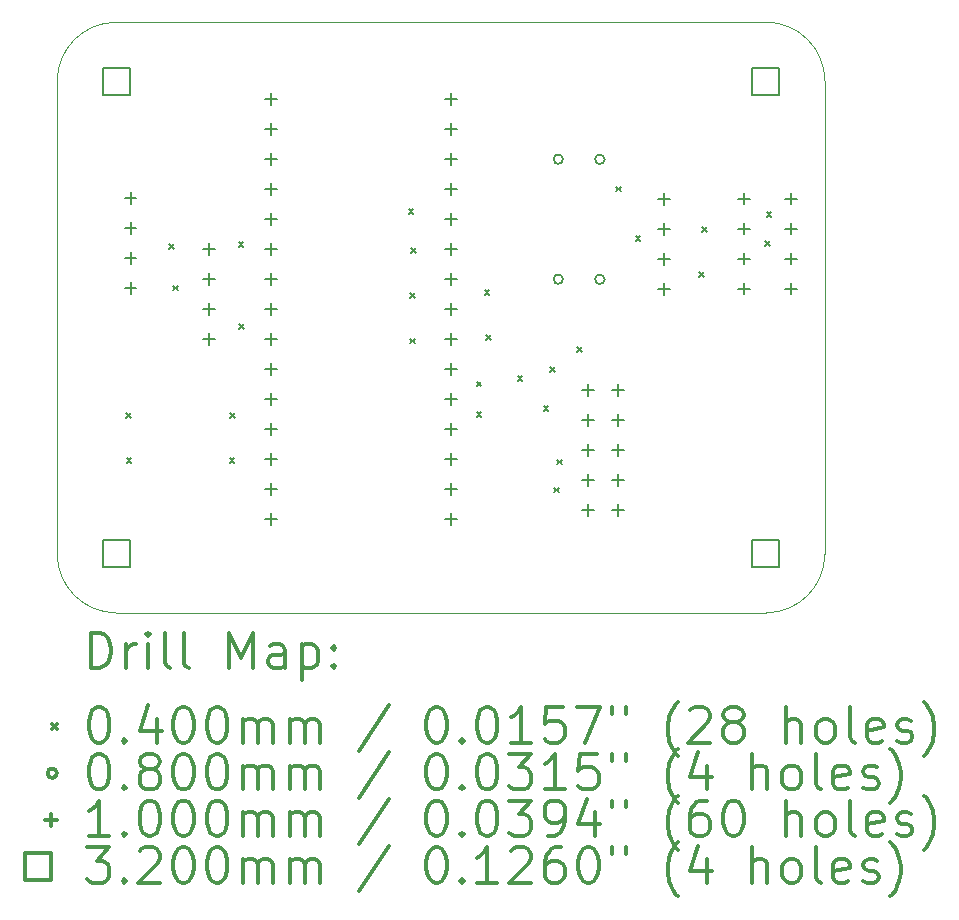
<source format=gbr>
%FSLAX45Y45*%
G04 Gerber Fmt 4.5, Leading zero omitted, Abs format (unit mm)*
G04 Created by KiCad (PCBNEW 5.1.12-84ad8e8a86~92~ubuntu20.04.1) date 2021-11-28 14:42:28*
%MOMM*%
%LPD*%
G01*
G04 APERTURE LIST*
%TA.AperFunction,Profile*%
%ADD10C,0.050000*%
%TD*%
%ADD11C,0.200000*%
%ADD12C,0.300000*%
G04 APERTURE END LIST*
D10*
X4300000Y-17300000D02*
G75*
G02*
X3800000Y-16800000I0J500000D01*
G01*
X10300000Y-16800000D02*
G75*
G02*
X9800000Y-17300000I-500000J0D01*
G01*
X9800000Y-12298999D02*
G75*
G02*
X10300000Y-12800000I0J-500001D01*
G01*
X3800000Y-12800000D02*
G75*
G02*
X4300000Y-12300000I500000J0D01*
G01*
X9800000Y-12298999D02*
X4300000Y-12300000D01*
X10300000Y-16800000D02*
X10300000Y-12800000D01*
X4300000Y-17300000D02*
X9800000Y-17300000D01*
X3800000Y-16800000D02*
X3800000Y-12800000D01*
D11*
X4386392Y-15608620D02*
X4426392Y-15648620D01*
X4426392Y-15608620D02*
X4386392Y-15648620D01*
X4388932Y-15987588D02*
X4428932Y-16027588D01*
X4428932Y-15987588D02*
X4388932Y-16027588D01*
X4746310Y-14178600D02*
X4786310Y-14218600D01*
X4786310Y-14178600D02*
X4746310Y-14218600D01*
X4779584Y-14529120D02*
X4819584Y-14569120D01*
X4819584Y-14529120D02*
X4779584Y-14569120D01*
X5260660Y-15990636D02*
X5300660Y-16030636D01*
X5300660Y-15990636D02*
X5260660Y-16030636D01*
X5262184Y-15611668D02*
X5302184Y-15651668D01*
X5302184Y-15611668D02*
X5262184Y-15651668D01*
X5335590Y-14162090D02*
X5375590Y-14202090D01*
X5375590Y-14162090D02*
X5335590Y-14202090D01*
X5340670Y-14856780D02*
X5380670Y-14896780D01*
X5380670Y-14856780D02*
X5340670Y-14896780D01*
X6775008Y-13879388D02*
X6815008Y-13919388D01*
X6815008Y-13879388D02*
X6775008Y-13919388D01*
X6789000Y-14595000D02*
X6829000Y-14635000D01*
X6829000Y-14595000D02*
X6789000Y-14635000D01*
X6789000Y-14978000D02*
X6829000Y-15018000D01*
X6829000Y-14978000D02*
X6789000Y-15018000D01*
X6795836Y-14212636D02*
X6835836Y-14252636D01*
X6835836Y-14212636D02*
X6795836Y-14252636D01*
X7351080Y-15343190D02*
X7391080Y-15383190D01*
X7391080Y-15343190D02*
X7351080Y-15383190D01*
X7351080Y-15601000D02*
X7391080Y-15641000D01*
X7391080Y-15601000D02*
X7351080Y-15641000D01*
X7419000Y-14570000D02*
X7459000Y-14610000D01*
X7459000Y-14570000D02*
X7419000Y-14610000D01*
X7434900Y-14950760D02*
X7474900Y-14990760D01*
X7474900Y-14950760D02*
X7434900Y-14990760D01*
X7697790Y-15296200D02*
X7737790Y-15336200D01*
X7737790Y-15296200D02*
X7697790Y-15336200D01*
X7918008Y-15548676D02*
X7958008Y-15588676D01*
X7958008Y-15548676D02*
X7918008Y-15588676D01*
X7972110Y-15218730D02*
X8012110Y-15258730D01*
X8012110Y-15218730D02*
X7972110Y-15258730D01*
X8005130Y-16241080D02*
X8045130Y-16281080D01*
X8045130Y-16241080D02*
X8005130Y-16281080D01*
X8031800Y-16002320D02*
X8071800Y-16042320D01*
X8071800Y-16002320D02*
X8031800Y-16042320D01*
X8199440Y-15052360D02*
X8239440Y-15092360D01*
X8239440Y-15052360D02*
X8199440Y-15092360D01*
X8529640Y-13692190D02*
X8569640Y-13732190D01*
X8569640Y-13692190D02*
X8529640Y-13732190D01*
X8698295Y-14112053D02*
X8738295Y-14152053D01*
X8738295Y-14112053D02*
X8698295Y-14152053D01*
X9233220Y-14414820D02*
X9273220Y-14454820D01*
X9273220Y-14414820D02*
X9233220Y-14454820D01*
X9259890Y-14037630D02*
X9299890Y-14077630D01*
X9299890Y-14037630D02*
X9259890Y-14077630D01*
X9792000Y-14155000D02*
X9832000Y-14195000D01*
X9832000Y-14155000D02*
X9792000Y-14195000D01*
X9806000Y-13908000D02*
X9846000Y-13948000D01*
X9846000Y-13908000D02*
X9806000Y-13948000D01*
X8082910Y-13459460D02*
G75*
G03*
X8082910Y-13459460I-40000J0D01*
G01*
X8082910Y-14475460D02*
G75*
G03*
X8082910Y-14475460I-40000J0D01*
G01*
X8434700Y-13460730D02*
G75*
G03*
X8434700Y-13460730I-40000J0D01*
G01*
X8434700Y-14476730D02*
G75*
G03*
X8434700Y-14476730I-40000J0D01*
G01*
X4421000Y-13735000D02*
X4421000Y-13835000D01*
X4371000Y-13785000D02*
X4471000Y-13785000D01*
X4421000Y-13989000D02*
X4421000Y-14089000D01*
X4371000Y-14039000D02*
X4471000Y-14039000D01*
X4421000Y-14243000D02*
X4421000Y-14343000D01*
X4371000Y-14293000D02*
X4471000Y-14293000D01*
X4421000Y-14497000D02*
X4421000Y-14597000D01*
X4371000Y-14547000D02*
X4471000Y-14547000D01*
X5082540Y-14170952D02*
X5082540Y-14270952D01*
X5032540Y-14220952D02*
X5132540Y-14220952D01*
X5082540Y-14424952D02*
X5082540Y-14524952D01*
X5032540Y-14474952D02*
X5132540Y-14474952D01*
X5082540Y-14678952D02*
X5082540Y-14778952D01*
X5032540Y-14728952D02*
X5132540Y-14728952D01*
X5082540Y-14932952D02*
X5082540Y-15032952D01*
X5032540Y-14982952D02*
X5132540Y-14982952D01*
X5610000Y-12901000D02*
X5610000Y-13001000D01*
X5560000Y-12951000D02*
X5660000Y-12951000D01*
X5610000Y-13155000D02*
X5610000Y-13255000D01*
X5560000Y-13205000D02*
X5660000Y-13205000D01*
X5610000Y-13409000D02*
X5610000Y-13509000D01*
X5560000Y-13459000D02*
X5660000Y-13459000D01*
X5610000Y-13663000D02*
X5610000Y-13763000D01*
X5560000Y-13713000D02*
X5660000Y-13713000D01*
X5610000Y-13917000D02*
X5610000Y-14017000D01*
X5560000Y-13967000D02*
X5660000Y-13967000D01*
X5610000Y-14171000D02*
X5610000Y-14271000D01*
X5560000Y-14221000D02*
X5660000Y-14221000D01*
X5610000Y-14425000D02*
X5610000Y-14525000D01*
X5560000Y-14475000D02*
X5660000Y-14475000D01*
X5610000Y-14679000D02*
X5610000Y-14779000D01*
X5560000Y-14729000D02*
X5660000Y-14729000D01*
X5610000Y-14933000D02*
X5610000Y-15033000D01*
X5560000Y-14983000D02*
X5660000Y-14983000D01*
X5610000Y-15187000D02*
X5610000Y-15287000D01*
X5560000Y-15237000D02*
X5660000Y-15237000D01*
X5610000Y-15441000D02*
X5610000Y-15541000D01*
X5560000Y-15491000D02*
X5660000Y-15491000D01*
X5610000Y-15695000D02*
X5610000Y-15795000D01*
X5560000Y-15745000D02*
X5660000Y-15745000D01*
X5610000Y-15949000D02*
X5610000Y-16049000D01*
X5560000Y-15999000D02*
X5660000Y-15999000D01*
X5610000Y-16203000D02*
X5610000Y-16303000D01*
X5560000Y-16253000D02*
X5660000Y-16253000D01*
X5610000Y-16457000D02*
X5610000Y-16557000D01*
X5560000Y-16507000D02*
X5660000Y-16507000D01*
X7134000Y-12901000D02*
X7134000Y-13001000D01*
X7084000Y-12951000D02*
X7184000Y-12951000D01*
X7134000Y-13155000D02*
X7134000Y-13255000D01*
X7084000Y-13205000D02*
X7184000Y-13205000D01*
X7134000Y-13409000D02*
X7134000Y-13509000D01*
X7084000Y-13459000D02*
X7184000Y-13459000D01*
X7134000Y-13663000D02*
X7134000Y-13763000D01*
X7084000Y-13713000D02*
X7184000Y-13713000D01*
X7134000Y-13917000D02*
X7134000Y-14017000D01*
X7084000Y-13967000D02*
X7184000Y-13967000D01*
X7134000Y-14171000D02*
X7134000Y-14271000D01*
X7084000Y-14221000D02*
X7184000Y-14221000D01*
X7134000Y-14425000D02*
X7134000Y-14525000D01*
X7084000Y-14475000D02*
X7184000Y-14475000D01*
X7134000Y-14679000D02*
X7134000Y-14779000D01*
X7084000Y-14729000D02*
X7184000Y-14729000D01*
X7134000Y-14933000D02*
X7134000Y-15033000D01*
X7084000Y-14983000D02*
X7184000Y-14983000D01*
X7134000Y-15187000D02*
X7134000Y-15287000D01*
X7084000Y-15237000D02*
X7184000Y-15237000D01*
X7134000Y-15441000D02*
X7134000Y-15541000D01*
X7084000Y-15491000D02*
X7184000Y-15491000D01*
X7134000Y-15695000D02*
X7134000Y-15795000D01*
X7084000Y-15745000D02*
X7184000Y-15745000D01*
X7134000Y-15949000D02*
X7134000Y-16049000D01*
X7084000Y-15999000D02*
X7184000Y-15999000D01*
X7134000Y-16203000D02*
X7134000Y-16303000D01*
X7084000Y-16253000D02*
X7184000Y-16253000D01*
X7134000Y-16457000D02*
X7134000Y-16557000D01*
X7084000Y-16507000D02*
X7184000Y-16507000D01*
X8296910Y-15363990D02*
X8296910Y-15463990D01*
X8246910Y-15413990D02*
X8346910Y-15413990D01*
X8296910Y-15617990D02*
X8296910Y-15717990D01*
X8246910Y-15667990D02*
X8346910Y-15667990D01*
X8296910Y-15871990D02*
X8296910Y-15971990D01*
X8246910Y-15921990D02*
X8346910Y-15921990D01*
X8296910Y-16125990D02*
X8296910Y-16225990D01*
X8246910Y-16175990D02*
X8346910Y-16175990D01*
X8296910Y-16379990D02*
X8296910Y-16479990D01*
X8246910Y-16429990D02*
X8346910Y-16429990D01*
X8550910Y-15363990D02*
X8550910Y-15463990D01*
X8500910Y-15413990D02*
X8600910Y-15413990D01*
X8550910Y-15617990D02*
X8550910Y-15717990D01*
X8500910Y-15667990D02*
X8600910Y-15667990D01*
X8550910Y-15871990D02*
X8550910Y-15971990D01*
X8500910Y-15921990D02*
X8600910Y-15921990D01*
X8550910Y-16125990D02*
X8550910Y-16225990D01*
X8500910Y-16175990D02*
X8600910Y-16175990D01*
X8550910Y-16379990D02*
X8550910Y-16479990D01*
X8500910Y-16429990D02*
X8600910Y-16429990D01*
X8937000Y-13745000D02*
X8937000Y-13845000D01*
X8887000Y-13795000D02*
X8987000Y-13795000D01*
X8937000Y-13999000D02*
X8937000Y-14099000D01*
X8887000Y-14049000D02*
X8987000Y-14049000D01*
X8937000Y-14253000D02*
X8937000Y-14353000D01*
X8887000Y-14303000D02*
X8987000Y-14303000D01*
X8937000Y-14507000D02*
X8937000Y-14607000D01*
X8887000Y-14557000D02*
X8987000Y-14557000D01*
X9614000Y-13743000D02*
X9614000Y-13843000D01*
X9564000Y-13793000D02*
X9664000Y-13793000D01*
X9614000Y-13997000D02*
X9614000Y-14097000D01*
X9564000Y-14047000D02*
X9664000Y-14047000D01*
X9614000Y-14251000D02*
X9614000Y-14351000D01*
X9564000Y-14301000D02*
X9664000Y-14301000D01*
X9614000Y-14505000D02*
X9614000Y-14605000D01*
X9564000Y-14555000D02*
X9664000Y-14555000D01*
X10013000Y-13743000D02*
X10013000Y-13843000D01*
X9963000Y-13793000D02*
X10063000Y-13793000D01*
X10013000Y-13997000D02*
X10013000Y-14097000D01*
X9963000Y-14047000D02*
X10063000Y-14047000D01*
X10013000Y-14251000D02*
X10013000Y-14351000D01*
X9963000Y-14301000D02*
X10063000Y-14301000D01*
X10013000Y-14505000D02*
X10013000Y-14605000D01*
X9963000Y-14555000D02*
X10063000Y-14555000D01*
X4413138Y-12913138D02*
X4413138Y-12686862D01*
X4186862Y-12686862D01*
X4186862Y-12913138D01*
X4413138Y-12913138D01*
X4413138Y-16913138D02*
X4413138Y-16686862D01*
X4186862Y-16686862D01*
X4186862Y-16913138D01*
X4413138Y-16913138D01*
X9913138Y-12913138D02*
X9913138Y-12686862D01*
X9686862Y-12686862D01*
X9686862Y-12913138D01*
X9913138Y-12913138D01*
X9913138Y-16913138D02*
X9913138Y-16686862D01*
X9686862Y-16686862D01*
X9686862Y-16913138D01*
X9913138Y-16913138D01*
D12*
X4083928Y-17768214D02*
X4083928Y-17468214D01*
X4155357Y-17468214D01*
X4198214Y-17482500D01*
X4226786Y-17511072D01*
X4241071Y-17539643D01*
X4255357Y-17596786D01*
X4255357Y-17639643D01*
X4241071Y-17696786D01*
X4226786Y-17725357D01*
X4198214Y-17753929D01*
X4155357Y-17768214D01*
X4083928Y-17768214D01*
X4383928Y-17768214D02*
X4383928Y-17568214D01*
X4383928Y-17625357D02*
X4398214Y-17596786D01*
X4412500Y-17582500D01*
X4441071Y-17568214D01*
X4469643Y-17568214D01*
X4569643Y-17768214D02*
X4569643Y-17568214D01*
X4569643Y-17468214D02*
X4555357Y-17482500D01*
X4569643Y-17496786D01*
X4583928Y-17482500D01*
X4569643Y-17468214D01*
X4569643Y-17496786D01*
X4755357Y-17768214D02*
X4726786Y-17753929D01*
X4712500Y-17725357D01*
X4712500Y-17468214D01*
X4912500Y-17768214D02*
X4883928Y-17753929D01*
X4869643Y-17725357D01*
X4869643Y-17468214D01*
X5255357Y-17768214D02*
X5255357Y-17468214D01*
X5355357Y-17682500D01*
X5455357Y-17468214D01*
X5455357Y-17768214D01*
X5726786Y-17768214D02*
X5726786Y-17611072D01*
X5712500Y-17582500D01*
X5683928Y-17568214D01*
X5626786Y-17568214D01*
X5598214Y-17582500D01*
X5726786Y-17753929D02*
X5698214Y-17768214D01*
X5626786Y-17768214D01*
X5598214Y-17753929D01*
X5583928Y-17725357D01*
X5583928Y-17696786D01*
X5598214Y-17668214D01*
X5626786Y-17653929D01*
X5698214Y-17653929D01*
X5726786Y-17639643D01*
X5869643Y-17568214D02*
X5869643Y-17868214D01*
X5869643Y-17582500D02*
X5898214Y-17568214D01*
X5955357Y-17568214D01*
X5983928Y-17582500D01*
X5998214Y-17596786D01*
X6012500Y-17625357D01*
X6012500Y-17711072D01*
X5998214Y-17739643D01*
X5983928Y-17753929D01*
X5955357Y-17768214D01*
X5898214Y-17768214D01*
X5869643Y-17753929D01*
X6141071Y-17739643D02*
X6155357Y-17753929D01*
X6141071Y-17768214D01*
X6126786Y-17753929D01*
X6141071Y-17739643D01*
X6141071Y-17768214D01*
X6141071Y-17582500D02*
X6155357Y-17596786D01*
X6141071Y-17611072D01*
X6126786Y-17596786D01*
X6141071Y-17582500D01*
X6141071Y-17611072D01*
X3757500Y-18242500D02*
X3797500Y-18282500D01*
X3797500Y-18242500D02*
X3757500Y-18282500D01*
X4141071Y-18098214D02*
X4169643Y-18098214D01*
X4198214Y-18112500D01*
X4212500Y-18126786D01*
X4226786Y-18155357D01*
X4241071Y-18212500D01*
X4241071Y-18283929D01*
X4226786Y-18341072D01*
X4212500Y-18369643D01*
X4198214Y-18383929D01*
X4169643Y-18398214D01*
X4141071Y-18398214D01*
X4112500Y-18383929D01*
X4098214Y-18369643D01*
X4083928Y-18341072D01*
X4069643Y-18283929D01*
X4069643Y-18212500D01*
X4083928Y-18155357D01*
X4098214Y-18126786D01*
X4112500Y-18112500D01*
X4141071Y-18098214D01*
X4369643Y-18369643D02*
X4383928Y-18383929D01*
X4369643Y-18398214D01*
X4355357Y-18383929D01*
X4369643Y-18369643D01*
X4369643Y-18398214D01*
X4641071Y-18198214D02*
X4641071Y-18398214D01*
X4569643Y-18083929D02*
X4498214Y-18298214D01*
X4683928Y-18298214D01*
X4855357Y-18098214D02*
X4883928Y-18098214D01*
X4912500Y-18112500D01*
X4926786Y-18126786D01*
X4941071Y-18155357D01*
X4955357Y-18212500D01*
X4955357Y-18283929D01*
X4941071Y-18341072D01*
X4926786Y-18369643D01*
X4912500Y-18383929D01*
X4883928Y-18398214D01*
X4855357Y-18398214D01*
X4826786Y-18383929D01*
X4812500Y-18369643D01*
X4798214Y-18341072D01*
X4783928Y-18283929D01*
X4783928Y-18212500D01*
X4798214Y-18155357D01*
X4812500Y-18126786D01*
X4826786Y-18112500D01*
X4855357Y-18098214D01*
X5141071Y-18098214D02*
X5169643Y-18098214D01*
X5198214Y-18112500D01*
X5212500Y-18126786D01*
X5226786Y-18155357D01*
X5241071Y-18212500D01*
X5241071Y-18283929D01*
X5226786Y-18341072D01*
X5212500Y-18369643D01*
X5198214Y-18383929D01*
X5169643Y-18398214D01*
X5141071Y-18398214D01*
X5112500Y-18383929D01*
X5098214Y-18369643D01*
X5083928Y-18341072D01*
X5069643Y-18283929D01*
X5069643Y-18212500D01*
X5083928Y-18155357D01*
X5098214Y-18126786D01*
X5112500Y-18112500D01*
X5141071Y-18098214D01*
X5369643Y-18398214D02*
X5369643Y-18198214D01*
X5369643Y-18226786D02*
X5383928Y-18212500D01*
X5412500Y-18198214D01*
X5455357Y-18198214D01*
X5483928Y-18212500D01*
X5498214Y-18241072D01*
X5498214Y-18398214D01*
X5498214Y-18241072D02*
X5512500Y-18212500D01*
X5541071Y-18198214D01*
X5583928Y-18198214D01*
X5612500Y-18212500D01*
X5626786Y-18241072D01*
X5626786Y-18398214D01*
X5769643Y-18398214D02*
X5769643Y-18198214D01*
X5769643Y-18226786D02*
X5783928Y-18212500D01*
X5812500Y-18198214D01*
X5855357Y-18198214D01*
X5883928Y-18212500D01*
X5898214Y-18241072D01*
X5898214Y-18398214D01*
X5898214Y-18241072D02*
X5912500Y-18212500D01*
X5941071Y-18198214D01*
X5983928Y-18198214D01*
X6012500Y-18212500D01*
X6026786Y-18241072D01*
X6026786Y-18398214D01*
X6612500Y-18083929D02*
X6355357Y-18469643D01*
X6998214Y-18098214D02*
X7026786Y-18098214D01*
X7055357Y-18112500D01*
X7069643Y-18126786D01*
X7083928Y-18155357D01*
X7098214Y-18212500D01*
X7098214Y-18283929D01*
X7083928Y-18341072D01*
X7069643Y-18369643D01*
X7055357Y-18383929D01*
X7026786Y-18398214D01*
X6998214Y-18398214D01*
X6969643Y-18383929D01*
X6955357Y-18369643D01*
X6941071Y-18341072D01*
X6926786Y-18283929D01*
X6926786Y-18212500D01*
X6941071Y-18155357D01*
X6955357Y-18126786D01*
X6969643Y-18112500D01*
X6998214Y-18098214D01*
X7226786Y-18369643D02*
X7241071Y-18383929D01*
X7226786Y-18398214D01*
X7212500Y-18383929D01*
X7226786Y-18369643D01*
X7226786Y-18398214D01*
X7426786Y-18098214D02*
X7455357Y-18098214D01*
X7483928Y-18112500D01*
X7498214Y-18126786D01*
X7512500Y-18155357D01*
X7526786Y-18212500D01*
X7526786Y-18283929D01*
X7512500Y-18341072D01*
X7498214Y-18369643D01*
X7483928Y-18383929D01*
X7455357Y-18398214D01*
X7426786Y-18398214D01*
X7398214Y-18383929D01*
X7383928Y-18369643D01*
X7369643Y-18341072D01*
X7355357Y-18283929D01*
X7355357Y-18212500D01*
X7369643Y-18155357D01*
X7383928Y-18126786D01*
X7398214Y-18112500D01*
X7426786Y-18098214D01*
X7812500Y-18398214D02*
X7641071Y-18398214D01*
X7726786Y-18398214D02*
X7726786Y-18098214D01*
X7698214Y-18141072D01*
X7669643Y-18169643D01*
X7641071Y-18183929D01*
X8083928Y-18098214D02*
X7941071Y-18098214D01*
X7926786Y-18241072D01*
X7941071Y-18226786D01*
X7969643Y-18212500D01*
X8041071Y-18212500D01*
X8069643Y-18226786D01*
X8083928Y-18241072D01*
X8098214Y-18269643D01*
X8098214Y-18341072D01*
X8083928Y-18369643D01*
X8069643Y-18383929D01*
X8041071Y-18398214D01*
X7969643Y-18398214D01*
X7941071Y-18383929D01*
X7926786Y-18369643D01*
X8198214Y-18098214D02*
X8398214Y-18098214D01*
X8269643Y-18398214D01*
X8498214Y-18098214D02*
X8498214Y-18155357D01*
X8612500Y-18098214D02*
X8612500Y-18155357D01*
X9055357Y-18512500D02*
X9041071Y-18498214D01*
X9012500Y-18455357D01*
X8998214Y-18426786D01*
X8983928Y-18383929D01*
X8969643Y-18312500D01*
X8969643Y-18255357D01*
X8983928Y-18183929D01*
X8998214Y-18141072D01*
X9012500Y-18112500D01*
X9041071Y-18069643D01*
X9055357Y-18055357D01*
X9155357Y-18126786D02*
X9169643Y-18112500D01*
X9198214Y-18098214D01*
X9269643Y-18098214D01*
X9298214Y-18112500D01*
X9312500Y-18126786D01*
X9326786Y-18155357D01*
X9326786Y-18183929D01*
X9312500Y-18226786D01*
X9141071Y-18398214D01*
X9326786Y-18398214D01*
X9498214Y-18226786D02*
X9469643Y-18212500D01*
X9455357Y-18198214D01*
X9441071Y-18169643D01*
X9441071Y-18155357D01*
X9455357Y-18126786D01*
X9469643Y-18112500D01*
X9498214Y-18098214D01*
X9555357Y-18098214D01*
X9583928Y-18112500D01*
X9598214Y-18126786D01*
X9612500Y-18155357D01*
X9612500Y-18169643D01*
X9598214Y-18198214D01*
X9583928Y-18212500D01*
X9555357Y-18226786D01*
X9498214Y-18226786D01*
X9469643Y-18241072D01*
X9455357Y-18255357D01*
X9441071Y-18283929D01*
X9441071Y-18341072D01*
X9455357Y-18369643D01*
X9469643Y-18383929D01*
X9498214Y-18398214D01*
X9555357Y-18398214D01*
X9583928Y-18383929D01*
X9598214Y-18369643D01*
X9612500Y-18341072D01*
X9612500Y-18283929D01*
X9598214Y-18255357D01*
X9583928Y-18241072D01*
X9555357Y-18226786D01*
X9969643Y-18398214D02*
X9969643Y-18098214D01*
X10098214Y-18398214D02*
X10098214Y-18241072D01*
X10083928Y-18212500D01*
X10055357Y-18198214D01*
X10012500Y-18198214D01*
X9983928Y-18212500D01*
X9969643Y-18226786D01*
X10283928Y-18398214D02*
X10255357Y-18383929D01*
X10241071Y-18369643D01*
X10226786Y-18341072D01*
X10226786Y-18255357D01*
X10241071Y-18226786D01*
X10255357Y-18212500D01*
X10283928Y-18198214D01*
X10326786Y-18198214D01*
X10355357Y-18212500D01*
X10369643Y-18226786D01*
X10383928Y-18255357D01*
X10383928Y-18341072D01*
X10369643Y-18369643D01*
X10355357Y-18383929D01*
X10326786Y-18398214D01*
X10283928Y-18398214D01*
X10555357Y-18398214D02*
X10526786Y-18383929D01*
X10512500Y-18355357D01*
X10512500Y-18098214D01*
X10783928Y-18383929D02*
X10755357Y-18398214D01*
X10698214Y-18398214D01*
X10669643Y-18383929D01*
X10655357Y-18355357D01*
X10655357Y-18241072D01*
X10669643Y-18212500D01*
X10698214Y-18198214D01*
X10755357Y-18198214D01*
X10783928Y-18212500D01*
X10798214Y-18241072D01*
X10798214Y-18269643D01*
X10655357Y-18298214D01*
X10912500Y-18383929D02*
X10941071Y-18398214D01*
X10998214Y-18398214D01*
X11026786Y-18383929D01*
X11041071Y-18355357D01*
X11041071Y-18341072D01*
X11026786Y-18312500D01*
X10998214Y-18298214D01*
X10955357Y-18298214D01*
X10926786Y-18283929D01*
X10912500Y-18255357D01*
X10912500Y-18241072D01*
X10926786Y-18212500D01*
X10955357Y-18198214D01*
X10998214Y-18198214D01*
X11026786Y-18212500D01*
X11141071Y-18512500D02*
X11155357Y-18498214D01*
X11183928Y-18455357D01*
X11198214Y-18426786D01*
X11212500Y-18383929D01*
X11226786Y-18312500D01*
X11226786Y-18255357D01*
X11212500Y-18183929D01*
X11198214Y-18141072D01*
X11183928Y-18112500D01*
X11155357Y-18069643D01*
X11141071Y-18055357D01*
X3797500Y-18658500D02*
G75*
G03*
X3797500Y-18658500I-40000J0D01*
G01*
X4141071Y-18494214D02*
X4169643Y-18494214D01*
X4198214Y-18508500D01*
X4212500Y-18522786D01*
X4226786Y-18551357D01*
X4241071Y-18608500D01*
X4241071Y-18679929D01*
X4226786Y-18737072D01*
X4212500Y-18765643D01*
X4198214Y-18779929D01*
X4169643Y-18794214D01*
X4141071Y-18794214D01*
X4112500Y-18779929D01*
X4098214Y-18765643D01*
X4083928Y-18737072D01*
X4069643Y-18679929D01*
X4069643Y-18608500D01*
X4083928Y-18551357D01*
X4098214Y-18522786D01*
X4112500Y-18508500D01*
X4141071Y-18494214D01*
X4369643Y-18765643D02*
X4383928Y-18779929D01*
X4369643Y-18794214D01*
X4355357Y-18779929D01*
X4369643Y-18765643D01*
X4369643Y-18794214D01*
X4555357Y-18622786D02*
X4526786Y-18608500D01*
X4512500Y-18594214D01*
X4498214Y-18565643D01*
X4498214Y-18551357D01*
X4512500Y-18522786D01*
X4526786Y-18508500D01*
X4555357Y-18494214D01*
X4612500Y-18494214D01*
X4641071Y-18508500D01*
X4655357Y-18522786D01*
X4669643Y-18551357D01*
X4669643Y-18565643D01*
X4655357Y-18594214D01*
X4641071Y-18608500D01*
X4612500Y-18622786D01*
X4555357Y-18622786D01*
X4526786Y-18637072D01*
X4512500Y-18651357D01*
X4498214Y-18679929D01*
X4498214Y-18737072D01*
X4512500Y-18765643D01*
X4526786Y-18779929D01*
X4555357Y-18794214D01*
X4612500Y-18794214D01*
X4641071Y-18779929D01*
X4655357Y-18765643D01*
X4669643Y-18737072D01*
X4669643Y-18679929D01*
X4655357Y-18651357D01*
X4641071Y-18637072D01*
X4612500Y-18622786D01*
X4855357Y-18494214D02*
X4883928Y-18494214D01*
X4912500Y-18508500D01*
X4926786Y-18522786D01*
X4941071Y-18551357D01*
X4955357Y-18608500D01*
X4955357Y-18679929D01*
X4941071Y-18737072D01*
X4926786Y-18765643D01*
X4912500Y-18779929D01*
X4883928Y-18794214D01*
X4855357Y-18794214D01*
X4826786Y-18779929D01*
X4812500Y-18765643D01*
X4798214Y-18737072D01*
X4783928Y-18679929D01*
X4783928Y-18608500D01*
X4798214Y-18551357D01*
X4812500Y-18522786D01*
X4826786Y-18508500D01*
X4855357Y-18494214D01*
X5141071Y-18494214D02*
X5169643Y-18494214D01*
X5198214Y-18508500D01*
X5212500Y-18522786D01*
X5226786Y-18551357D01*
X5241071Y-18608500D01*
X5241071Y-18679929D01*
X5226786Y-18737072D01*
X5212500Y-18765643D01*
X5198214Y-18779929D01*
X5169643Y-18794214D01*
X5141071Y-18794214D01*
X5112500Y-18779929D01*
X5098214Y-18765643D01*
X5083928Y-18737072D01*
X5069643Y-18679929D01*
X5069643Y-18608500D01*
X5083928Y-18551357D01*
X5098214Y-18522786D01*
X5112500Y-18508500D01*
X5141071Y-18494214D01*
X5369643Y-18794214D02*
X5369643Y-18594214D01*
X5369643Y-18622786D02*
X5383928Y-18608500D01*
X5412500Y-18594214D01*
X5455357Y-18594214D01*
X5483928Y-18608500D01*
X5498214Y-18637072D01*
X5498214Y-18794214D01*
X5498214Y-18637072D02*
X5512500Y-18608500D01*
X5541071Y-18594214D01*
X5583928Y-18594214D01*
X5612500Y-18608500D01*
X5626786Y-18637072D01*
X5626786Y-18794214D01*
X5769643Y-18794214D02*
X5769643Y-18594214D01*
X5769643Y-18622786D02*
X5783928Y-18608500D01*
X5812500Y-18594214D01*
X5855357Y-18594214D01*
X5883928Y-18608500D01*
X5898214Y-18637072D01*
X5898214Y-18794214D01*
X5898214Y-18637072D02*
X5912500Y-18608500D01*
X5941071Y-18594214D01*
X5983928Y-18594214D01*
X6012500Y-18608500D01*
X6026786Y-18637072D01*
X6026786Y-18794214D01*
X6612500Y-18479929D02*
X6355357Y-18865643D01*
X6998214Y-18494214D02*
X7026786Y-18494214D01*
X7055357Y-18508500D01*
X7069643Y-18522786D01*
X7083928Y-18551357D01*
X7098214Y-18608500D01*
X7098214Y-18679929D01*
X7083928Y-18737072D01*
X7069643Y-18765643D01*
X7055357Y-18779929D01*
X7026786Y-18794214D01*
X6998214Y-18794214D01*
X6969643Y-18779929D01*
X6955357Y-18765643D01*
X6941071Y-18737072D01*
X6926786Y-18679929D01*
X6926786Y-18608500D01*
X6941071Y-18551357D01*
X6955357Y-18522786D01*
X6969643Y-18508500D01*
X6998214Y-18494214D01*
X7226786Y-18765643D02*
X7241071Y-18779929D01*
X7226786Y-18794214D01*
X7212500Y-18779929D01*
X7226786Y-18765643D01*
X7226786Y-18794214D01*
X7426786Y-18494214D02*
X7455357Y-18494214D01*
X7483928Y-18508500D01*
X7498214Y-18522786D01*
X7512500Y-18551357D01*
X7526786Y-18608500D01*
X7526786Y-18679929D01*
X7512500Y-18737072D01*
X7498214Y-18765643D01*
X7483928Y-18779929D01*
X7455357Y-18794214D01*
X7426786Y-18794214D01*
X7398214Y-18779929D01*
X7383928Y-18765643D01*
X7369643Y-18737072D01*
X7355357Y-18679929D01*
X7355357Y-18608500D01*
X7369643Y-18551357D01*
X7383928Y-18522786D01*
X7398214Y-18508500D01*
X7426786Y-18494214D01*
X7626786Y-18494214D02*
X7812500Y-18494214D01*
X7712500Y-18608500D01*
X7755357Y-18608500D01*
X7783928Y-18622786D01*
X7798214Y-18637072D01*
X7812500Y-18665643D01*
X7812500Y-18737072D01*
X7798214Y-18765643D01*
X7783928Y-18779929D01*
X7755357Y-18794214D01*
X7669643Y-18794214D01*
X7641071Y-18779929D01*
X7626786Y-18765643D01*
X8098214Y-18794214D02*
X7926786Y-18794214D01*
X8012500Y-18794214D02*
X8012500Y-18494214D01*
X7983928Y-18537072D01*
X7955357Y-18565643D01*
X7926786Y-18579929D01*
X8369643Y-18494214D02*
X8226786Y-18494214D01*
X8212500Y-18637072D01*
X8226786Y-18622786D01*
X8255357Y-18608500D01*
X8326786Y-18608500D01*
X8355357Y-18622786D01*
X8369643Y-18637072D01*
X8383928Y-18665643D01*
X8383928Y-18737072D01*
X8369643Y-18765643D01*
X8355357Y-18779929D01*
X8326786Y-18794214D01*
X8255357Y-18794214D01*
X8226786Y-18779929D01*
X8212500Y-18765643D01*
X8498214Y-18494214D02*
X8498214Y-18551357D01*
X8612500Y-18494214D02*
X8612500Y-18551357D01*
X9055357Y-18908500D02*
X9041071Y-18894214D01*
X9012500Y-18851357D01*
X8998214Y-18822786D01*
X8983928Y-18779929D01*
X8969643Y-18708500D01*
X8969643Y-18651357D01*
X8983928Y-18579929D01*
X8998214Y-18537072D01*
X9012500Y-18508500D01*
X9041071Y-18465643D01*
X9055357Y-18451357D01*
X9298214Y-18594214D02*
X9298214Y-18794214D01*
X9226786Y-18479929D02*
X9155357Y-18694214D01*
X9341071Y-18694214D01*
X9683928Y-18794214D02*
X9683928Y-18494214D01*
X9812500Y-18794214D02*
X9812500Y-18637072D01*
X9798214Y-18608500D01*
X9769643Y-18594214D01*
X9726786Y-18594214D01*
X9698214Y-18608500D01*
X9683928Y-18622786D01*
X9998214Y-18794214D02*
X9969643Y-18779929D01*
X9955357Y-18765643D01*
X9941071Y-18737072D01*
X9941071Y-18651357D01*
X9955357Y-18622786D01*
X9969643Y-18608500D01*
X9998214Y-18594214D01*
X10041071Y-18594214D01*
X10069643Y-18608500D01*
X10083928Y-18622786D01*
X10098214Y-18651357D01*
X10098214Y-18737072D01*
X10083928Y-18765643D01*
X10069643Y-18779929D01*
X10041071Y-18794214D01*
X9998214Y-18794214D01*
X10269643Y-18794214D02*
X10241071Y-18779929D01*
X10226786Y-18751357D01*
X10226786Y-18494214D01*
X10498214Y-18779929D02*
X10469643Y-18794214D01*
X10412500Y-18794214D01*
X10383928Y-18779929D01*
X10369643Y-18751357D01*
X10369643Y-18637072D01*
X10383928Y-18608500D01*
X10412500Y-18594214D01*
X10469643Y-18594214D01*
X10498214Y-18608500D01*
X10512500Y-18637072D01*
X10512500Y-18665643D01*
X10369643Y-18694214D01*
X10626786Y-18779929D02*
X10655357Y-18794214D01*
X10712500Y-18794214D01*
X10741071Y-18779929D01*
X10755357Y-18751357D01*
X10755357Y-18737072D01*
X10741071Y-18708500D01*
X10712500Y-18694214D01*
X10669643Y-18694214D01*
X10641071Y-18679929D01*
X10626786Y-18651357D01*
X10626786Y-18637072D01*
X10641071Y-18608500D01*
X10669643Y-18594214D01*
X10712500Y-18594214D01*
X10741071Y-18608500D01*
X10855357Y-18908500D02*
X10869643Y-18894214D01*
X10898214Y-18851357D01*
X10912500Y-18822786D01*
X10926786Y-18779929D01*
X10941071Y-18708500D01*
X10941071Y-18651357D01*
X10926786Y-18579929D01*
X10912500Y-18537072D01*
X10898214Y-18508500D01*
X10869643Y-18465643D01*
X10855357Y-18451357D01*
X3747500Y-19004500D02*
X3747500Y-19104500D01*
X3697500Y-19054500D02*
X3797500Y-19054500D01*
X4241071Y-19190214D02*
X4069643Y-19190214D01*
X4155357Y-19190214D02*
X4155357Y-18890214D01*
X4126786Y-18933072D01*
X4098214Y-18961643D01*
X4069643Y-18975929D01*
X4369643Y-19161643D02*
X4383928Y-19175929D01*
X4369643Y-19190214D01*
X4355357Y-19175929D01*
X4369643Y-19161643D01*
X4369643Y-19190214D01*
X4569643Y-18890214D02*
X4598214Y-18890214D01*
X4626786Y-18904500D01*
X4641071Y-18918786D01*
X4655357Y-18947357D01*
X4669643Y-19004500D01*
X4669643Y-19075929D01*
X4655357Y-19133072D01*
X4641071Y-19161643D01*
X4626786Y-19175929D01*
X4598214Y-19190214D01*
X4569643Y-19190214D01*
X4541071Y-19175929D01*
X4526786Y-19161643D01*
X4512500Y-19133072D01*
X4498214Y-19075929D01*
X4498214Y-19004500D01*
X4512500Y-18947357D01*
X4526786Y-18918786D01*
X4541071Y-18904500D01*
X4569643Y-18890214D01*
X4855357Y-18890214D02*
X4883928Y-18890214D01*
X4912500Y-18904500D01*
X4926786Y-18918786D01*
X4941071Y-18947357D01*
X4955357Y-19004500D01*
X4955357Y-19075929D01*
X4941071Y-19133072D01*
X4926786Y-19161643D01*
X4912500Y-19175929D01*
X4883928Y-19190214D01*
X4855357Y-19190214D01*
X4826786Y-19175929D01*
X4812500Y-19161643D01*
X4798214Y-19133072D01*
X4783928Y-19075929D01*
X4783928Y-19004500D01*
X4798214Y-18947357D01*
X4812500Y-18918786D01*
X4826786Y-18904500D01*
X4855357Y-18890214D01*
X5141071Y-18890214D02*
X5169643Y-18890214D01*
X5198214Y-18904500D01*
X5212500Y-18918786D01*
X5226786Y-18947357D01*
X5241071Y-19004500D01*
X5241071Y-19075929D01*
X5226786Y-19133072D01*
X5212500Y-19161643D01*
X5198214Y-19175929D01*
X5169643Y-19190214D01*
X5141071Y-19190214D01*
X5112500Y-19175929D01*
X5098214Y-19161643D01*
X5083928Y-19133072D01*
X5069643Y-19075929D01*
X5069643Y-19004500D01*
X5083928Y-18947357D01*
X5098214Y-18918786D01*
X5112500Y-18904500D01*
X5141071Y-18890214D01*
X5369643Y-19190214D02*
X5369643Y-18990214D01*
X5369643Y-19018786D02*
X5383928Y-19004500D01*
X5412500Y-18990214D01*
X5455357Y-18990214D01*
X5483928Y-19004500D01*
X5498214Y-19033072D01*
X5498214Y-19190214D01*
X5498214Y-19033072D02*
X5512500Y-19004500D01*
X5541071Y-18990214D01*
X5583928Y-18990214D01*
X5612500Y-19004500D01*
X5626786Y-19033072D01*
X5626786Y-19190214D01*
X5769643Y-19190214D02*
X5769643Y-18990214D01*
X5769643Y-19018786D02*
X5783928Y-19004500D01*
X5812500Y-18990214D01*
X5855357Y-18990214D01*
X5883928Y-19004500D01*
X5898214Y-19033072D01*
X5898214Y-19190214D01*
X5898214Y-19033072D02*
X5912500Y-19004500D01*
X5941071Y-18990214D01*
X5983928Y-18990214D01*
X6012500Y-19004500D01*
X6026786Y-19033072D01*
X6026786Y-19190214D01*
X6612500Y-18875929D02*
X6355357Y-19261643D01*
X6998214Y-18890214D02*
X7026786Y-18890214D01*
X7055357Y-18904500D01*
X7069643Y-18918786D01*
X7083928Y-18947357D01*
X7098214Y-19004500D01*
X7098214Y-19075929D01*
X7083928Y-19133072D01*
X7069643Y-19161643D01*
X7055357Y-19175929D01*
X7026786Y-19190214D01*
X6998214Y-19190214D01*
X6969643Y-19175929D01*
X6955357Y-19161643D01*
X6941071Y-19133072D01*
X6926786Y-19075929D01*
X6926786Y-19004500D01*
X6941071Y-18947357D01*
X6955357Y-18918786D01*
X6969643Y-18904500D01*
X6998214Y-18890214D01*
X7226786Y-19161643D02*
X7241071Y-19175929D01*
X7226786Y-19190214D01*
X7212500Y-19175929D01*
X7226786Y-19161643D01*
X7226786Y-19190214D01*
X7426786Y-18890214D02*
X7455357Y-18890214D01*
X7483928Y-18904500D01*
X7498214Y-18918786D01*
X7512500Y-18947357D01*
X7526786Y-19004500D01*
X7526786Y-19075929D01*
X7512500Y-19133072D01*
X7498214Y-19161643D01*
X7483928Y-19175929D01*
X7455357Y-19190214D01*
X7426786Y-19190214D01*
X7398214Y-19175929D01*
X7383928Y-19161643D01*
X7369643Y-19133072D01*
X7355357Y-19075929D01*
X7355357Y-19004500D01*
X7369643Y-18947357D01*
X7383928Y-18918786D01*
X7398214Y-18904500D01*
X7426786Y-18890214D01*
X7626786Y-18890214D02*
X7812500Y-18890214D01*
X7712500Y-19004500D01*
X7755357Y-19004500D01*
X7783928Y-19018786D01*
X7798214Y-19033072D01*
X7812500Y-19061643D01*
X7812500Y-19133072D01*
X7798214Y-19161643D01*
X7783928Y-19175929D01*
X7755357Y-19190214D01*
X7669643Y-19190214D01*
X7641071Y-19175929D01*
X7626786Y-19161643D01*
X7955357Y-19190214D02*
X8012500Y-19190214D01*
X8041071Y-19175929D01*
X8055357Y-19161643D01*
X8083928Y-19118786D01*
X8098214Y-19061643D01*
X8098214Y-18947357D01*
X8083928Y-18918786D01*
X8069643Y-18904500D01*
X8041071Y-18890214D01*
X7983928Y-18890214D01*
X7955357Y-18904500D01*
X7941071Y-18918786D01*
X7926786Y-18947357D01*
X7926786Y-19018786D01*
X7941071Y-19047357D01*
X7955357Y-19061643D01*
X7983928Y-19075929D01*
X8041071Y-19075929D01*
X8069643Y-19061643D01*
X8083928Y-19047357D01*
X8098214Y-19018786D01*
X8355357Y-18990214D02*
X8355357Y-19190214D01*
X8283928Y-18875929D02*
X8212500Y-19090214D01*
X8398214Y-19090214D01*
X8498214Y-18890214D02*
X8498214Y-18947357D01*
X8612500Y-18890214D02*
X8612500Y-18947357D01*
X9055357Y-19304500D02*
X9041071Y-19290214D01*
X9012500Y-19247357D01*
X8998214Y-19218786D01*
X8983928Y-19175929D01*
X8969643Y-19104500D01*
X8969643Y-19047357D01*
X8983928Y-18975929D01*
X8998214Y-18933072D01*
X9012500Y-18904500D01*
X9041071Y-18861643D01*
X9055357Y-18847357D01*
X9298214Y-18890214D02*
X9241071Y-18890214D01*
X9212500Y-18904500D01*
X9198214Y-18918786D01*
X9169643Y-18961643D01*
X9155357Y-19018786D01*
X9155357Y-19133072D01*
X9169643Y-19161643D01*
X9183928Y-19175929D01*
X9212500Y-19190214D01*
X9269643Y-19190214D01*
X9298214Y-19175929D01*
X9312500Y-19161643D01*
X9326786Y-19133072D01*
X9326786Y-19061643D01*
X9312500Y-19033072D01*
X9298214Y-19018786D01*
X9269643Y-19004500D01*
X9212500Y-19004500D01*
X9183928Y-19018786D01*
X9169643Y-19033072D01*
X9155357Y-19061643D01*
X9512500Y-18890214D02*
X9541071Y-18890214D01*
X9569643Y-18904500D01*
X9583928Y-18918786D01*
X9598214Y-18947357D01*
X9612500Y-19004500D01*
X9612500Y-19075929D01*
X9598214Y-19133072D01*
X9583928Y-19161643D01*
X9569643Y-19175929D01*
X9541071Y-19190214D01*
X9512500Y-19190214D01*
X9483928Y-19175929D01*
X9469643Y-19161643D01*
X9455357Y-19133072D01*
X9441071Y-19075929D01*
X9441071Y-19004500D01*
X9455357Y-18947357D01*
X9469643Y-18918786D01*
X9483928Y-18904500D01*
X9512500Y-18890214D01*
X9969643Y-19190214D02*
X9969643Y-18890214D01*
X10098214Y-19190214D02*
X10098214Y-19033072D01*
X10083928Y-19004500D01*
X10055357Y-18990214D01*
X10012500Y-18990214D01*
X9983928Y-19004500D01*
X9969643Y-19018786D01*
X10283928Y-19190214D02*
X10255357Y-19175929D01*
X10241071Y-19161643D01*
X10226786Y-19133072D01*
X10226786Y-19047357D01*
X10241071Y-19018786D01*
X10255357Y-19004500D01*
X10283928Y-18990214D01*
X10326786Y-18990214D01*
X10355357Y-19004500D01*
X10369643Y-19018786D01*
X10383928Y-19047357D01*
X10383928Y-19133072D01*
X10369643Y-19161643D01*
X10355357Y-19175929D01*
X10326786Y-19190214D01*
X10283928Y-19190214D01*
X10555357Y-19190214D02*
X10526786Y-19175929D01*
X10512500Y-19147357D01*
X10512500Y-18890214D01*
X10783928Y-19175929D02*
X10755357Y-19190214D01*
X10698214Y-19190214D01*
X10669643Y-19175929D01*
X10655357Y-19147357D01*
X10655357Y-19033072D01*
X10669643Y-19004500D01*
X10698214Y-18990214D01*
X10755357Y-18990214D01*
X10783928Y-19004500D01*
X10798214Y-19033072D01*
X10798214Y-19061643D01*
X10655357Y-19090214D01*
X10912500Y-19175929D02*
X10941071Y-19190214D01*
X10998214Y-19190214D01*
X11026786Y-19175929D01*
X11041071Y-19147357D01*
X11041071Y-19133072D01*
X11026786Y-19104500D01*
X10998214Y-19090214D01*
X10955357Y-19090214D01*
X10926786Y-19075929D01*
X10912500Y-19047357D01*
X10912500Y-19033072D01*
X10926786Y-19004500D01*
X10955357Y-18990214D01*
X10998214Y-18990214D01*
X11026786Y-19004500D01*
X11141071Y-19304500D02*
X11155357Y-19290214D01*
X11183928Y-19247357D01*
X11198214Y-19218786D01*
X11212500Y-19175929D01*
X11226786Y-19104500D01*
X11226786Y-19047357D01*
X11212500Y-18975929D01*
X11198214Y-18933072D01*
X11183928Y-18904500D01*
X11155357Y-18861643D01*
X11141071Y-18847357D01*
X3750638Y-19563638D02*
X3750638Y-19337362D01*
X3524362Y-19337362D01*
X3524362Y-19563638D01*
X3750638Y-19563638D01*
X4055357Y-19286214D02*
X4241071Y-19286214D01*
X4141071Y-19400500D01*
X4183928Y-19400500D01*
X4212500Y-19414786D01*
X4226786Y-19429072D01*
X4241071Y-19457643D01*
X4241071Y-19529072D01*
X4226786Y-19557643D01*
X4212500Y-19571929D01*
X4183928Y-19586214D01*
X4098214Y-19586214D01*
X4069643Y-19571929D01*
X4055357Y-19557643D01*
X4369643Y-19557643D02*
X4383928Y-19571929D01*
X4369643Y-19586214D01*
X4355357Y-19571929D01*
X4369643Y-19557643D01*
X4369643Y-19586214D01*
X4498214Y-19314786D02*
X4512500Y-19300500D01*
X4541071Y-19286214D01*
X4612500Y-19286214D01*
X4641071Y-19300500D01*
X4655357Y-19314786D01*
X4669643Y-19343357D01*
X4669643Y-19371929D01*
X4655357Y-19414786D01*
X4483928Y-19586214D01*
X4669643Y-19586214D01*
X4855357Y-19286214D02*
X4883928Y-19286214D01*
X4912500Y-19300500D01*
X4926786Y-19314786D01*
X4941071Y-19343357D01*
X4955357Y-19400500D01*
X4955357Y-19471929D01*
X4941071Y-19529072D01*
X4926786Y-19557643D01*
X4912500Y-19571929D01*
X4883928Y-19586214D01*
X4855357Y-19586214D01*
X4826786Y-19571929D01*
X4812500Y-19557643D01*
X4798214Y-19529072D01*
X4783928Y-19471929D01*
X4783928Y-19400500D01*
X4798214Y-19343357D01*
X4812500Y-19314786D01*
X4826786Y-19300500D01*
X4855357Y-19286214D01*
X5141071Y-19286214D02*
X5169643Y-19286214D01*
X5198214Y-19300500D01*
X5212500Y-19314786D01*
X5226786Y-19343357D01*
X5241071Y-19400500D01*
X5241071Y-19471929D01*
X5226786Y-19529072D01*
X5212500Y-19557643D01*
X5198214Y-19571929D01*
X5169643Y-19586214D01*
X5141071Y-19586214D01*
X5112500Y-19571929D01*
X5098214Y-19557643D01*
X5083928Y-19529072D01*
X5069643Y-19471929D01*
X5069643Y-19400500D01*
X5083928Y-19343357D01*
X5098214Y-19314786D01*
X5112500Y-19300500D01*
X5141071Y-19286214D01*
X5369643Y-19586214D02*
X5369643Y-19386214D01*
X5369643Y-19414786D02*
X5383928Y-19400500D01*
X5412500Y-19386214D01*
X5455357Y-19386214D01*
X5483928Y-19400500D01*
X5498214Y-19429072D01*
X5498214Y-19586214D01*
X5498214Y-19429072D02*
X5512500Y-19400500D01*
X5541071Y-19386214D01*
X5583928Y-19386214D01*
X5612500Y-19400500D01*
X5626786Y-19429072D01*
X5626786Y-19586214D01*
X5769643Y-19586214D02*
X5769643Y-19386214D01*
X5769643Y-19414786D02*
X5783928Y-19400500D01*
X5812500Y-19386214D01*
X5855357Y-19386214D01*
X5883928Y-19400500D01*
X5898214Y-19429072D01*
X5898214Y-19586214D01*
X5898214Y-19429072D02*
X5912500Y-19400500D01*
X5941071Y-19386214D01*
X5983928Y-19386214D01*
X6012500Y-19400500D01*
X6026786Y-19429072D01*
X6026786Y-19586214D01*
X6612500Y-19271929D02*
X6355357Y-19657643D01*
X6998214Y-19286214D02*
X7026786Y-19286214D01*
X7055357Y-19300500D01*
X7069643Y-19314786D01*
X7083928Y-19343357D01*
X7098214Y-19400500D01*
X7098214Y-19471929D01*
X7083928Y-19529072D01*
X7069643Y-19557643D01*
X7055357Y-19571929D01*
X7026786Y-19586214D01*
X6998214Y-19586214D01*
X6969643Y-19571929D01*
X6955357Y-19557643D01*
X6941071Y-19529072D01*
X6926786Y-19471929D01*
X6926786Y-19400500D01*
X6941071Y-19343357D01*
X6955357Y-19314786D01*
X6969643Y-19300500D01*
X6998214Y-19286214D01*
X7226786Y-19557643D02*
X7241071Y-19571929D01*
X7226786Y-19586214D01*
X7212500Y-19571929D01*
X7226786Y-19557643D01*
X7226786Y-19586214D01*
X7526786Y-19586214D02*
X7355357Y-19586214D01*
X7441071Y-19586214D02*
X7441071Y-19286214D01*
X7412500Y-19329072D01*
X7383928Y-19357643D01*
X7355357Y-19371929D01*
X7641071Y-19314786D02*
X7655357Y-19300500D01*
X7683928Y-19286214D01*
X7755357Y-19286214D01*
X7783928Y-19300500D01*
X7798214Y-19314786D01*
X7812500Y-19343357D01*
X7812500Y-19371929D01*
X7798214Y-19414786D01*
X7626786Y-19586214D01*
X7812500Y-19586214D01*
X8069643Y-19286214D02*
X8012500Y-19286214D01*
X7983928Y-19300500D01*
X7969643Y-19314786D01*
X7941071Y-19357643D01*
X7926786Y-19414786D01*
X7926786Y-19529072D01*
X7941071Y-19557643D01*
X7955357Y-19571929D01*
X7983928Y-19586214D01*
X8041071Y-19586214D01*
X8069643Y-19571929D01*
X8083928Y-19557643D01*
X8098214Y-19529072D01*
X8098214Y-19457643D01*
X8083928Y-19429072D01*
X8069643Y-19414786D01*
X8041071Y-19400500D01*
X7983928Y-19400500D01*
X7955357Y-19414786D01*
X7941071Y-19429072D01*
X7926786Y-19457643D01*
X8283928Y-19286214D02*
X8312500Y-19286214D01*
X8341071Y-19300500D01*
X8355357Y-19314786D01*
X8369643Y-19343357D01*
X8383928Y-19400500D01*
X8383928Y-19471929D01*
X8369643Y-19529072D01*
X8355357Y-19557643D01*
X8341071Y-19571929D01*
X8312500Y-19586214D01*
X8283928Y-19586214D01*
X8255357Y-19571929D01*
X8241071Y-19557643D01*
X8226786Y-19529072D01*
X8212500Y-19471929D01*
X8212500Y-19400500D01*
X8226786Y-19343357D01*
X8241071Y-19314786D01*
X8255357Y-19300500D01*
X8283928Y-19286214D01*
X8498214Y-19286214D02*
X8498214Y-19343357D01*
X8612500Y-19286214D02*
X8612500Y-19343357D01*
X9055357Y-19700500D02*
X9041071Y-19686214D01*
X9012500Y-19643357D01*
X8998214Y-19614786D01*
X8983928Y-19571929D01*
X8969643Y-19500500D01*
X8969643Y-19443357D01*
X8983928Y-19371929D01*
X8998214Y-19329072D01*
X9012500Y-19300500D01*
X9041071Y-19257643D01*
X9055357Y-19243357D01*
X9298214Y-19386214D02*
X9298214Y-19586214D01*
X9226786Y-19271929D02*
X9155357Y-19486214D01*
X9341071Y-19486214D01*
X9683928Y-19586214D02*
X9683928Y-19286214D01*
X9812500Y-19586214D02*
X9812500Y-19429072D01*
X9798214Y-19400500D01*
X9769643Y-19386214D01*
X9726786Y-19386214D01*
X9698214Y-19400500D01*
X9683928Y-19414786D01*
X9998214Y-19586214D02*
X9969643Y-19571929D01*
X9955357Y-19557643D01*
X9941071Y-19529072D01*
X9941071Y-19443357D01*
X9955357Y-19414786D01*
X9969643Y-19400500D01*
X9998214Y-19386214D01*
X10041071Y-19386214D01*
X10069643Y-19400500D01*
X10083928Y-19414786D01*
X10098214Y-19443357D01*
X10098214Y-19529072D01*
X10083928Y-19557643D01*
X10069643Y-19571929D01*
X10041071Y-19586214D01*
X9998214Y-19586214D01*
X10269643Y-19586214D02*
X10241071Y-19571929D01*
X10226786Y-19543357D01*
X10226786Y-19286214D01*
X10498214Y-19571929D02*
X10469643Y-19586214D01*
X10412500Y-19586214D01*
X10383928Y-19571929D01*
X10369643Y-19543357D01*
X10369643Y-19429072D01*
X10383928Y-19400500D01*
X10412500Y-19386214D01*
X10469643Y-19386214D01*
X10498214Y-19400500D01*
X10512500Y-19429072D01*
X10512500Y-19457643D01*
X10369643Y-19486214D01*
X10626786Y-19571929D02*
X10655357Y-19586214D01*
X10712500Y-19586214D01*
X10741071Y-19571929D01*
X10755357Y-19543357D01*
X10755357Y-19529072D01*
X10741071Y-19500500D01*
X10712500Y-19486214D01*
X10669643Y-19486214D01*
X10641071Y-19471929D01*
X10626786Y-19443357D01*
X10626786Y-19429072D01*
X10641071Y-19400500D01*
X10669643Y-19386214D01*
X10712500Y-19386214D01*
X10741071Y-19400500D01*
X10855357Y-19700500D02*
X10869643Y-19686214D01*
X10898214Y-19643357D01*
X10912500Y-19614786D01*
X10926786Y-19571929D01*
X10941071Y-19500500D01*
X10941071Y-19443357D01*
X10926786Y-19371929D01*
X10912500Y-19329072D01*
X10898214Y-19300500D01*
X10869643Y-19257643D01*
X10855357Y-19243357D01*
M02*

</source>
